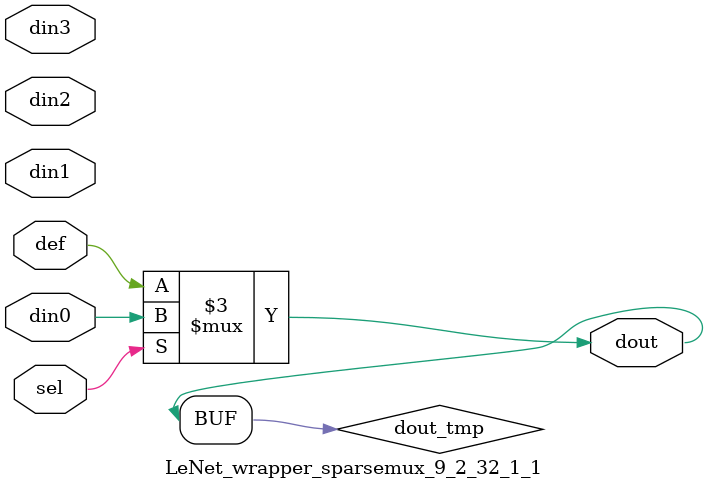
<source format=v>
`timescale 1ns / 1ps

module LeNet_wrapper_sparsemux_9_2_32_1_1 (din0,din1,din2,din3,def,sel,dout);

parameter din0_WIDTH = 1;

parameter din1_WIDTH = 1;

parameter din2_WIDTH = 1;

parameter din3_WIDTH = 1;

parameter def_WIDTH = 1;
parameter sel_WIDTH = 1;
parameter dout_WIDTH = 1;

parameter [sel_WIDTH-1:0] CASE0 = 1;

parameter [sel_WIDTH-1:0] CASE1 = 1;

parameter [sel_WIDTH-1:0] CASE2 = 1;

parameter [sel_WIDTH-1:0] CASE3 = 1;

parameter ID = 1;
parameter NUM_STAGE = 1;



input [din0_WIDTH-1:0] din0;

input [din1_WIDTH-1:0] din1;

input [din2_WIDTH-1:0] din2;

input [din3_WIDTH-1:0] din3;

input [def_WIDTH-1:0] def;
input [sel_WIDTH-1:0] sel;

output [dout_WIDTH-1:0] dout;



reg [dout_WIDTH-1:0] dout_tmp;

always @ (*) begin
case (sel)
    
    CASE0 : dout_tmp = din0;
    
    CASE1 : dout_tmp = din1;
    
    CASE2 : dout_tmp = din2;
    
    CASE3 : dout_tmp = din3;
    
    default : dout_tmp = def;
endcase
end


assign dout = dout_tmp;



endmodule

</source>
